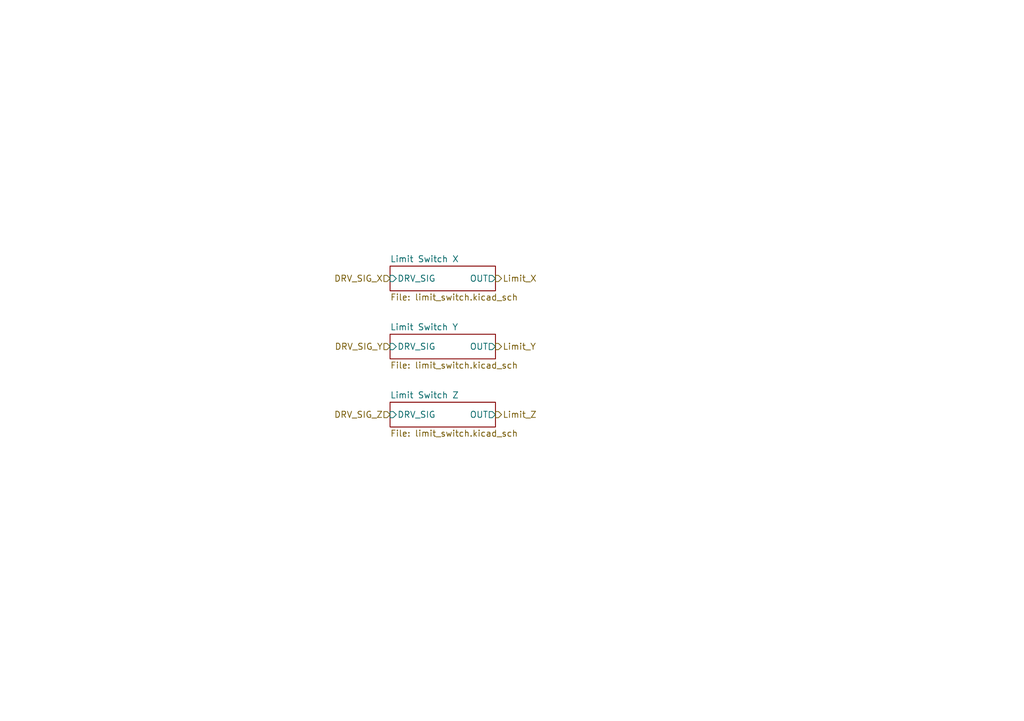
<source format=kicad_sch>
(kicad_sch (version 20230121) (generator eeschema)
  (paper "A5")
  (title_block (title "LumenPnP Motherboard") (date "2023-07-30") (rev "005") (company "Opulo") (comment 1 "Limit Switches"))
  (lib_symbols)
  (hierarchical_label "DRV_SIG_Z" (shape input) (at 80.01 85.09 180))
  (hierarchical_label "DRV_SIG_Y" (shape input) (at 80.01 71.12 180))
  (hierarchical_label "DRV_SIG_X" (shape input) (at 80.01 57.15 180))
  (hierarchical_label "Limit_X" (shape output) (at 101.6 57.15 0))
  (hierarchical_label "Limit_Z" (shape output) (at 101.6 85.09 0))
  (hierarchical_label "Limit_Y" (shape output) (at 101.6 71.12 0))
  (sheet (at 80.01 54.61) (size 21.59 5.08) (stroke (width 0.1524))
    (property "Sheetname" "Limit Switch X" (at 80.01 53.8984 0) (effects (justify left bottom)))
    (property "Sheetfile" "limit_switch.kicad_sch" (at 80.01 60.2746 0) (effects (justify left top)))
    (pin "DRV_SIG" input (at 80.01 57.15 180))
    (pin "OUT" output (at 101.6 57.15 0))
  )
  (sheet (at 80.01 82.55) (size 21.59 5.08) (stroke (width 0.1524))
    (property "Sheetname" "Limit Switch Z" (at 80.01 81.8384 0) (effects (justify left bottom)))
    (property "Sheetfile" "limit_switch.kicad_sch" (at 80.01 88.2146 0) (effects (justify left top)))
    (pin "DRV_SIG" input (at 80.01 85.09 180))
    (pin "OUT" output (at 101.6 85.09 0))
  )
  (sheet (at 80.01 68.58) (size 21.59 5.08) (stroke (width 0.1524))
    (property "Sheetname" "Limit Switch Y" (at 80.01 67.8684 0) (effects (justify left bottom)))
    (property "Sheetfile" "limit_switch.kicad_sch" (at 80.01 74.2446 0) (effects (justify left top)))
    (pin "DRV_SIG" input (at 80.01 71.12 180))
    (pin "OUT" output (at 101.6 71.12 0))
  )
)
</source>
